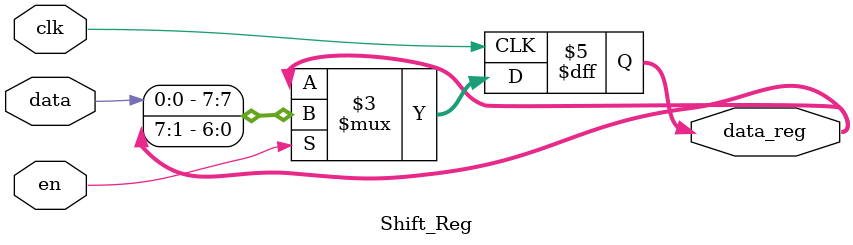
<source format=v>
module Shift_Reg (
	input wire en, data, clk,
	output reg [7:0] data_reg);
	
	always @ (negedge clk)	// uses negedge of the keyboard clock
	begin
		if (en)	// enable signal from the State_Machine module
			data_reg = {data, data_reg [7:1]};	// when enabled, shift in the data, starting with the LSB
		else
			data_reg = data_reg;	// otherwise keep it the same
	
	end
endmodule

</source>
